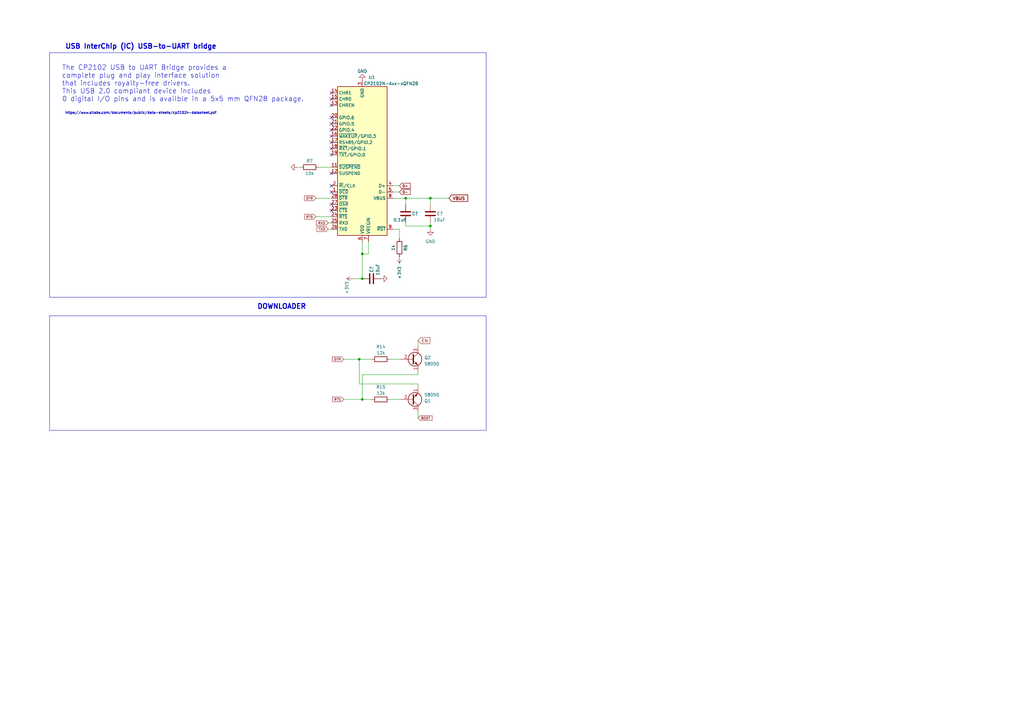
<source format=kicad_sch>
(kicad_sch (version 20230121) (generator eeschema)
  (paper "A3")
  (lib_symbols
    (symbol "Device:C" (pin_numbers hide) (pin_names (offset 0.254))
      (property "Reference" "C" (at 0.635 2.54 0))
      (property "Value" "C" (at 0.635 -2.54 0))
      (symbol "C_0_1"
        (polyline (pts (xy -2.032 -0.762) (xy 2.032 -0.762)) (stroke (width 0.508)))
        (polyline (pts (xy -2.032 0.762) (xy 2.032 0.762)) (stroke (width 0.508)))
      )
      (symbol "C_1_1"
        (pin passive line (at 0 3.81 270) (length 2.794) (name "~") (number "1"))
        (pin passive line (at 0 -3.81 90) (length 2.794) (name "~") (number "2"))
      )
    )
    (symbol "Device:R" (pin_numbers hide) (pin_names (offset 0))
      (property "Reference" "R" (at 2.032 0 90))
      (property "Value" "R" (at 0 0 90))
      (symbol "R_0_1"
        (rectangle (start -1.016 -2.54) (end 1.016 2.54) (stroke (width 0.254)))
      )
      (symbol "R_1_1"
        (pin passive line (at 0 3.81 270) (length 1.27) (name "~") (number "1"))
        (pin passive line (at 0 -3.81 90) (length 1.27) (name "~") (number "2"))
      )
    )
    (symbol "Interface_USB:CP2102N-Axx-xQFN28"
      (property "Reference" "U" (at -8.89 31.75 0))
      (property "Value" "CP2102N-Axx-xQFN28" (at 12.7 31.75 0))
      (symbol "CP2102N-Axx-xQFN28_0_1"
        (rectangle (start -10.16 30.48) (end 10.16 -30.48) (stroke (width 0.254)) (fill (type background)))
      )
      (symbol "CP2102N-Axx-xQFN28_1_1"
        (pin input line (at 12.7 12.7 180) (length 2.54) (name "~{DCD}") (number "1"))
        (pin no_connect line (at -10.16 -27.94 0) (length 2.54) hide (name "NC") (number "10"))
        (pin output line (at 12.7 2.54 180) (length 2.54) (name "~{SUSPEND}") (number "11"))
        (pin output line (at 12.7 5.08 180) (length 2.54) (name "SUSPEND") (number "12"))
        (pin output line (at 12.7 -22.86 180) (length 2.54) (name "CHREN") (number "13"))
        (pin output line (at 12.7 -27.94 180) (length 2.54) (name "CHR1") (number "14"))
        (pin output line (at 12.7 -25.4 180) (length 2.54) (name "CHR0") (number "15"))
        (pin bidirectional line (at 12.7 -10.16 180) (length 2.54) (name "~{WAKEUP}/GPIO.3") (number "16"))
        (pin bidirectional line (at 12.7 -7.62 180) (length 2.54) (name "RS485/GPIO.2") (number "17"))
        (pin bidirectional line (at 12.7 -5.08 180) (length 2.54) (name "~{RXT}/GPIO.1") (number "18"))
        (pin bidirectional line (at 12.7 -2.54 180) (length 2.54) (name "~{TXT}/GPIO.0") (number "19"))
        (pin bidirectional line (at 12.7 10.16 180) (length 2.54) (name "~{RI}/CLK") (number "2"))
        (pin bidirectional line (at 12.7 -17.78 180) (length 2.54) (name "GPIO.6") (number "20"))
        (pin bidirectional line (at 12.7 -15.24 180) (length 2.54) (name "GPIO.5") (number "21"))
        (pin bidirectional line (at 12.7 -12.7 180) (length 2.54) (name "GPIO.4") (number "22"))
        (pin input line (at 12.7 20.32 180) (length 2.54) (name "~{CTS}") (number "23"))
        (pin output line (at 12.7 22.86 180) (length 2.54) (name "~{RTS}") (number "24"))
        (pin input line (at 12.7 25.4 180) (length 2.54) (name "RXD") (number "25"))
        (pin output line (at 12.7 27.94 180) (length 2.54) (name "TXD") (number "26"))
        (pin input line (at 12.7 17.78 180) (length 2.54) (name "~{DSR}") (number "27"))
        (pin output line (at 12.7 15.24 180) (length 2.54) (name "~{DTR}") (number "28"))
        (pin passive line (at 0 -33.02 90) (length 2.54) hide (name "GND") (number "29"))
        (pin power_in line (at 0 -33.02 90) (length 2.54) (name "GND") (number "3"))
        (pin bidirectional line (at -12.7 10.16 0) (length 2.54) (name "D+") (number "4"))
        (pin bidirectional line (at -12.7 12.7 0) (length 2.54) (name "D-") (number "5"))
        (pin power_in line (at 0 33.02 270) (length 2.54) (name "VDD") (number "6"))
        (pin power_in line (at -2.54 33.02 270) (length 2.54) (name "VREGIN") (number "7"))
        (pin input line (at -12.7 15.24 0) (length 2.54) (name "VBUS") (number "8"))
        (pin input line (at -12.7 27.94 0) (length 2.54) (name "~{RST}") (number "9"))
      )
    )
    (symbol "Transistor_BJT:S8050" (pin_names (offset 0) hide)
      (property "Reference" "Q" (at 5.08 1.905 0))
      (property "Value" "S8050" (at 5.08 0 0))
      (symbol "S8050_0_1"
        (polyline (pts (xy 0 0) (xy 0.635 0)))
        (polyline (pts (xy 0.635 0.635) (xy 2.54 2.54)))
        (polyline (pts (xy 0.635 -0.635) (xy 2.54 -2.54) (xy 2.54 -2.54)))
        (polyline (pts (xy 0.635 1.905) (xy 0.635 -1.905) (xy 0.635 -1.905)) (stroke (width 0.508)))
        (polyline (pts (xy 1.27 -1.778) (xy 1.778 -1.27) (xy 2.286 -2.286) (xy 1.27 -1.778) (xy 1.27 -1.778)) (fill (type outline)))
        (circle (center 1.27 0) (radius 2.8194) (stroke (width 0.254)))
      )
      (symbol "S8050_1_1"
        (pin passive line (at 2.54 -5.08 90) (length 2.54) (name "E") (number "1"))
        (pin input line (at -5.08 0 0) (length 5.08) (name "B") (number "2"))
        (pin passive line (at 2.54 5.08 270) (length 2.54) (name "C") (number "3"))
      )
    )
    (symbol "power:+3V3" (power) (pin_names (offset 0))
      (property "Value" "+3V3" (at 0 3.556 0))
      (symbol "+3V3_0_1"
        (polyline (pts (xy -0.762 1.27) (xy 0 2.54)))
        (polyline (pts (xy 0 0) (xy 0 2.54)))
        (polyline (pts (xy 0 2.54) (xy 0.762 1.27)))
      )
      (symbol "+3V3_1_1"
        (pin power_in line (at 0 0 90) (length 0) hide (name "+3V3") (number "1"))
      )
    )
    (symbol "power:GND" (power) (pin_names (offset 0))
      (property "Value" "GND" (at 0 -3.81 0))
      (symbol "GND_0_1"
        (polyline (pts (xy 0 0) (xy 0 -1.27) (xy 1.27 -1.27) (xy 0 -2.54) (xy -1.27 -1.27) (xy 0 -1.27)))
      )
      (symbol "GND_1_1"
        (pin power_in line (at 0 0 270) (length 0) hide (name "GND") (number "1"))
      )
    )
  )
  (junction (at 176.53 81.28))
  (junction (at 166.37 81.28))
  (junction (at 148.59 114.3))
  (junction (at 147.32 147.32))
  (junction (at 176.53 92.71))
  (junction (at 148.59 163.83))
  (junction (at 148.59 104.14))
  (no_connect (at 135.89 76.2))
  (no_connect (at 135.89 60.96))
  (no_connect (at 135.89 50.8))
  (no_connect (at 135.89 78.74))
  (no_connect (at 135.89 55.88))
  (no_connect (at 135.89 43.18))
  (no_connect (at 135.89 58.42))
  (no_connect (at 135.89 40.64))
  (no_connect (at 135.89 53.34))
  (no_connect (at 135.89 48.26))
  (no_connect (at 135.89 86.36))
  (no_connect (at 135.89 71.12))
  (no_connect (at 135.89 83.82))
  (no_connect (at 135.89 38.1))
  (no_connect (at 135.89 63.5))
  (wire (pts (xy 166.37 92.71) (xy 166.37 91.44)))
  (wire (pts (xy 171.45 168.91) (xy 171.45 171.45)))
  (polyline (pts (xy 199.39 21.59) (xy 199.39 121.92)))
  (polyline (pts (xy 20.32 21.59) (xy 199.39 21.59)))
  (wire (pts (xy 148.59 163.83) (xy 152.4 163.83)))
  (wire (pts (xy 160.02 163.83) (xy 163.83 163.83)))
  (polyline (pts (xy 20.32 129.54) (xy 20.32 176.53)))
  (wire (pts (xy 147.32 147.32) (xy 147.32 157.48)))
  (wire (pts (xy 148.59 153.67) (xy 171.45 153.67)))
  (wire (pts (xy 147.32 157.48) (xy 171.45 157.48)))
  (wire (pts (xy 147.32 147.32) (xy 152.4 147.32)))
  (wire (pts (xy 163.83 76.2) (xy 161.29 76.2)))
  (wire (pts (xy 176.53 81.28) (xy 176.53 83.82)))
  (wire (pts (xy 148.59 104.14) (xy 148.59 114.3)))
  (wire (pts (xy 148.59 99.06) (xy 148.59 104.14)))
  (polyline (pts (xy 199.39 121.92) (xy 20.32 121.92)))
  (wire (pts (xy 163.83 78.74) (xy 161.29 78.74)))
  (wire (pts (xy 140.97 163.83) (xy 148.59 163.83)))
  (wire (pts (xy 129.54 88.9) (xy 135.89 88.9)))
  (wire (pts (xy 166.37 81.28) (xy 166.37 83.82)))
  (wire (pts (xy 151.13 99.06) (xy 151.13 104.14)))
  (wire (pts (xy 176.53 92.71) (xy 176.53 91.44)))
  (wire (pts (xy 160.02 147.32) (xy 163.83 147.32)))
  (wire (pts (xy 134.62 91.44) (xy 135.89 91.44)))
  (wire (pts (xy 176.53 81.28) (xy 166.37 81.28)))
  (wire (pts (xy 134.62 93.98) (xy 135.89 93.98)))
  (wire (pts (xy 140.97 147.32) (xy 147.32 147.32)))
  (wire (pts (xy 121.92 68.58) (xy 123.19 68.58)))
  (wire (pts (xy 144.78 114.3) (xy 148.59 114.3)))
  (wire (pts (xy 166.37 92.71) (xy 176.53 92.71)))
  (wire (pts (xy 171.45 153.67) (xy 171.45 152.4)))
  (wire (pts (xy 129.54 81.28) (xy 135.89 81.28)))
  (polyline (pts (xy 20.32 129.54) (xy 199.39 129.54)))
  (wire (pts (xy 161.29 81.28) (xy 166.37 81.28)))
  (wire (pts (xy 163.83 93.98) (xy 161.29 93.98)))
  (wire (pts (xy 171.45 157.48) (xy 171.45 158.75)))
  (wire (pts (xy 171.45 139.7) (xy 171.45 142.24)))
  (polyline (pts (xy 20.32 21.59) (xy 20.32 121.92)))
  (wire (pts (xy 163.83 97.79) (xy 163.83 93.98)))
  (wire (pts (xy 151.13 104.14) (xy 148.59 104.14)))
  (wire (pts (xy 184.15 81.28) (xy 176.53 81.28)))
  (polyline (pts (xy 199.39 129.54) (xy 199.39 176.53)))
  (wire (pts (xy 130.81 68.58) (xy 135.89 68.58)))
  (wire (pts (xy 148.59 163.83) (xy 148.59 153.67)))
  (polyline (pts (xy 199.39 176.53) (xy 20.32 176.53)))
  (wire (pts (xy 176.53 93.98) (xy 176.53 92.71)))
  (text "The CP2102 USB to UART Bridge provides a \ncomplete plug and play interface solution \nthat includes royalty-free drivers. \nThis USB 2.0 compliant device includes \n0 digital I/O pins and is availble in a 5x5 mm QFN28 package." (at 25.4 41.91 0) (effects (font (size 2 2)) (justify left bottom)))
  (text "USB InterChip (IC) USB-to-UART bridge" (at 26.67 20.32 0) (effects (font (size 2 2) (thickness 0.4) bold) (justify left bottom)))
  (text "DOWNLOADER" (at 105.41 127 0) (effects (font (size 2 2) (thickness 0.4) bold) (justify left bottom)))
  (text "https://www.silabs.com/documents/public/data-sheets/cp2102n-datasheet.pdf" (at 26.67 46.99 0) (effects (font (size 1 1) (thickness 0.2) bold) (justify left bottom)))
  (global_label "DTR" (shape input) (at 140.97 147.32 180) (effects (font (size 1 1))) (property "Intersheetrefs" "${INTERSHEET_REFS}" (effects hide)))
  (global_label "D-" (shape input) (at 163.83 78.74 0) (effects (font (size 1 1) bold)) (property "Intersheetrefs" "${INTERSHEET_REFS}" (effects hide)))
  (global_label "RTS" (shape input) (at 129.54 88.9 180) (effects (font (size 1 1))) (property "Intersheetrefs" "${INTERSHEET_REFS}" (effects hide)))
  (global_label "RXD" (shape input) (at 134.62 91.44 180) (effects (font (size 1 1))) (property "Intersheetrefs" "${INTERSHEET_REFS}" (effects hide)))
  (global_label "BOOT" (shape input) (at 171.45 171.45 0) (effects (font (size 1 1))) (property "Intersheetrefs" "${INTERSHEET_REFS}" (effects hide)))
  (global_label "VBUS" (shape input) (at 184.15 81.28 0) (effects (font bold)) (property "Intersheetrefs" "${INTERSHEET_REFS}" (effects hide)))
  (global_label "TXD" (shape input) (at 134.62 93.98 180) (effects (font (size 1 1))) (property "Intersheetrefs" "${INTERSHEET_REFS}" (effects hide)))
  (global_label "EN" (shape input) (at 171.45 139.7 0) (property "Intersheetrefs" "${INTERSHEET_REFS}" (effects hide)))
  (global_label "DTR" (shape input) (at 129.54 81.28 180) (effects (font (size 1 1))) (property "Intersheetrefs" "${INTERSHEET_REFS}" (effects hide)))
  (global_label "RTS" (shape input) (at 140.97 163.83 180) (effects (font (size 1 1))) (property "Intersheetrefs" "${INTERSHEET_REFS}" (effects hide)))
  (global_label "D+" (shape input) (at 163.83 76.2 0) (effects (font (size 1 1) bold)) (property "Intersheetrefs" "${INTERSHEET_REFS}" (effects hide)))
  (symbol (lib_id "power:+3V3") (at 144.78 114.3 90) (unit 1)
    (property "Reference" "#PWR?" (effects hide))
    (property "Value" "+3V3" (at 142.24 120.65 0) (effects (justify left)))
    (instances (project "sumec" (path "" (reference "#PWR?") (unit 1)) (path "" (reference "#PWR028") (unit 1)) (path "" (reference "#PWR031") (unit 1)) (path "" (reference "#PWR031") (unit 1))))
  )
  (symbol (lib_id "Device:R") (at 156.21 163.83 90) (unit 1)
    (property "Reference" "R15" (at 156.21 158.75 90))
    (property "Value" "12k" (at 156.21 161.29 90))
    (property "Footprint" "Resistor_SMD:R_1206_3216Metric" (effects hide))
    (instances (project "sumec" (path "" (reference "R15") (unit 1)) (path "" (reference "R14") (unit 1))))
  )
  (symbol (lib_id "Device:C") (at 152.4 114.3 270) (mirror x) (unit 1)
    (property "Reference" "C?" (at 152.4 111.76 0) (effects (justify left)))
    (property "Value" "10uF" (at 154.94 113.03 0) (effects (justify left)))
    (property "Footprint" "Capacitor_SMD:C_1206_3216Metric" (effects hide))
    (instances (project "sumec" (path "" (reference "C?") (unit 1)) (path "" (reference "C2") (unit 1)) (path "" (reference "C6") (unit 1)) (path "" (reference "C5") (unit 1))))
  )
  (symbol (lib_id "Device:R") (at 156.21 147.32 90) (unit 1)
    (property "Reference" "R14" (at 156.21 142.24 90))
    (property "Value" "12k" (at 156.21 144.78 90))
    (property "Footprint" "Resistor_SMD:R_1206_3216Metric" (effects hide))
    (instances (project "sumec" (path "" (reference "R14") (unit 1)) (path "" (reference "R12") (unit 1))))
  )
  (symbol (lib_id "power:GND") (at 148.59 33.02 180) (unit 1)
    (property "Reference" "#PWR047" (effects hide))
    (property "Value" "GND" (at 148.59 29.21 0))
    (instances (project "sumec" (path "" (reference "#PWR047") (unit 1)) (path "" (reference "#PWR033") (unit 1))))
  )
  (symbol (lib_id "Transistor_BJT:S8050") (at 168.91 147.32 0) (unit 1)
    (property "Reference" "Q2" (at 173.99 146.685 0) (effects (justify left)))
    (property "Value" "S8050" (at 173.99 149.225 0) (effects (justify left)))
    (property "Footprint" "Package_TO_SOT_THT:TO-92L" (effects hide))
    (property "Datasheet" "http://www.unisonic.com.tw/datasheet/S8050.pdf" (effects hide))
    (instances (project "sumec" (path "" (reference "Q2") (unit 1)) (path "" (reference "Q1") (unit 1))))
  )
  (symbol (lib_id "power:GND") (at 176.53 93.98 0) (unit 1)
    (property "Reference" "#PWR053" (effects hide))
    (property "Value" "GND" (at 176.53 99.06 0))
  )
  (symbol (lib_id "power:+3V3") (at 163.83 105.41 180) (unit 1)
    (property "Reference" "#PWR?" (effects hide))
    (property "Value" "+3V3" (at 163.83 109.22 90) (effects (justify left)))
    (instances (project "sumec" (path "" (reference "#PWR?") (unit 1)) (path "" (reference "#PWR028") (unit 1)) (path "" (reference "#PWR026") (unit 1)) (path "" (reference "#PWR050") (unit 1))))
  )
  (symbol (lib_id "power:GND") (at 156.21 114.3 90) (unit 1)
    (property "Reference" "#PWR027" (effects hide))
    (property "Value" "GND" (effects hide))
    (instances (project "sumec" (path "" (reference "#PWR027") (unit 1)) (path "" (reference "#PWR047") (unit 1))))
  )
  (symbol (lib_id "Device:R") (at 163.83 101.6 180) (unit 1)
    (property "Reference" "R6" (at 166.37 101.6 90))
    (property "Value" "1k" (at 161.29 101.6 90))
    (property "Footprint" "Resistor_SMD:R_1206_3216Metric" (effects hide))
    (instances (project "sumec" (path "" (reference "R6") (unit 1)) (path "" (reference "R7") (unit 1))))
  )
  (symbol (lib_id "Device:C") (at 176.53 87.63 0) (mirror x) (unit 1)
    (property "Reference" "C?" (at 179.07 87.63 0) (effects (justify left)))
    (property "Value" "10uF" (at 177.8 90.17 0) (effects (justify left)))
    (property "Footprint" "Capacitor_SMD:C_1206_3216Metric" (effects hide))
    (instances (project "sumec" (path "" (reference "C?") (unit 1)) (path "" (reference "C2") (unit 1)) (path "" (reference "C14") (unit 1)) (path "" (reference "C13") (unit 1))))
  )
  (symbol (lib_id "power:GND") (at 121.92 68.58 270) (unit 1)
    (property "Reference" "#PWR033" (effects hide))
    (property "Value" "GND" (effects hide))
    (instances (project "sumec" (path "" (reference "#PWR033") (unit 1)) (path "" (reference "#PWR026") (unit 1))))
  )
  (symbol (lib_id "Device:R") (at 127 68.58 270) (unit 1)
    (property "Reference" "R7" (at 127 66.04 90))
    (property "Value" "10k" (at 127 71.12 90))
    (property "Footprint" "Resistor_SMD:R_1206_3216Metric" (effects hide))
    (instances (project "sumec" (path "" (reference "R7") (unit 1)) (path "" (reference "R6") (unit 1))))
  )
  (symbol (lib_id "Device:C") (at 166.37 87.63 0) (mirror x) (unit 1)
    (property "Reference" "C?" (at 168.91 87.63 0) (effects (justify left)))
    (property "Value" "0,1uF" (at 161.29 90.17 0) (effects (justify left)))
    (property "Footprint" "Capacitor_SMD:C_1206_3216Metric" (effects hide))
    (instances (project "sumec" (path "" (reference "C?") (unit 1)) (path "" (reference "C2") (unit 1)) (path "" (reference "C13") (unit 1)) (path "" (reference "C6") (unit 1))))
  )
  (symbol (lib_id "Interface_USB:CP2102N-Axx-xQFN28") (at 148.59 66.04 180) (unit 1)
    (property "Reference" "U1" (at 151.13 31.75 0) (effects (justify right)))
    (property "Value" "CP2102N-Axx-xQFN28" (at 149.1741 34.29 0) (effects (justify right)))
    (property "Footprint" "Package_DFN_QFN:QFN-28-1EP_5x5mm_P0.5mm_EP3.35x3.35mm" (effects hide))
    (property "Datasheet" "https://www.silabs.com/documents/public/data-sheets/cp2102n-datasheet.pdf" (effects hide))
  )
  (symbol (lib_id "Transistor_BJT:S8050") (at 168.91 163.83 0) (mirror x) (unit 1)
    (property "Reference" "Q1" (at 173.99 164.465 0) (effects (justify left)))
    (property "Value" "S8050" (at 173.99 161.925 0) (effects (justify left)))
    (property "Footprint" "Package_TO_SOT_THT:TO-92L" (effects hide))
    (property "Datasheet" "http://www.unisonic.com.tw/datasheet/S8050.pdf" (effects hide))
    (instances (project "sumec" (path "" (reference "Q1") (unit 1)) (path "" (reference "Q2") (unit 1))))
  )
)
</source>
